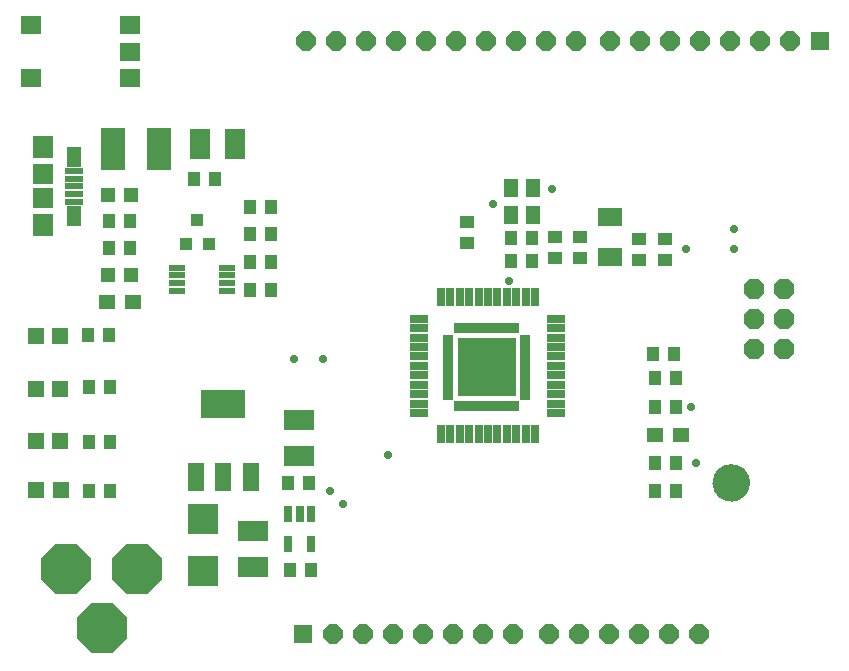
<source format=gts>
G04*
G04 #@! TF.GenerationSoftware,Altium Limited,Altium Designer,22.2.1 (43)*
G04*
G04 Layer_Color=8388736*
%FSLAX25Y25*%
%MOIN*%
G70*
G04*
G04 #@! TF.SameCoordinates,7339C814-AE53-45AD-ACDF-668E24E4BB01*
G04*
G04*
G04 #@! TF.FilePolarity,Negative*
G04*
G01*
G75*
%ADD11C,0.00500*%
%ADD46C,0.08600*%
%ADD47C,0.04000*%
%ADD48R,0.04737X0.04737*%
%ADD49R,0.02572X0.06312*%
%ADD50R,0.06312X0.02572*%
%ADD51R,0.06100X0.02400*%
%ADD52R,0.06900X0.07300*%
%ADD53R,0.04800X0.06800*%
%ADD54R,0.06800X0.06800*%
%ADD55R,0.04934X0.05918*%
%ADD56R,0.02965X0.05524*%
%ADD57R,0.19800X0.19800*%
%ADD58R,0.01883X0.03753*%
%ADD59R,0.03753X0.01883*%
%ADD60R,0.05524X0.05524*%
%ADD61R,0.03900X0.04300*%
%ADD62R,0.07099X0.06312*%
%ADD63R,0.04337X0.05131*%
%ADD64R,0.05131X0.04337*%
%ADD65R,0.05524X0.04737*%
%ADD66R,0.05524X0.01981*%
%ADD67R,0.14973X0.09461*%
%ADD68R,0.05600X0.09600*%
%ADD69R,0.08280X0.14186*%
%ADD70R,0.10249X0.10249*%
%ADD71R,0.07887X0.06312*%
%ADD72R,0.04337X0.05131*%
%ADD73R,0.10249X0.07099*%
%ADD74R,0.07099X0.10249*%
%ADD75R,0.05131X0.04337*%
%ADD76C,0.00800*%
%ADD77P,0.17912X8X202.5*%
%ADD78P,0.17912X8X112.5*%
%ADD79P,0.06927X8X292.5*%
%ADD80R,0.06400X0.06400*%
%ADD81P,0.07471X8X292.5*%
%ADD82C,0.02800*%
D11*
X245669Y59055D02*
G03*
X245669Y59055I-5906J0D01*
G01*
D46*
X241732D02*
G03*
X241732Y59055I-1969J0D01*
G01*
D47*
X239764D02*
D03*
D48*
X158661Y98032D02*
D03*
X39764Y155118D02*
D03*
X31890D02*
D03*
X39764Y128248D02*
D03*
X31890D02*
D03*
D49*
X174409Y75197D02*
D03*
X171259Y75197D02*
D03*
X168110Y75197D02*
D03*
X164960D02*
D03*
X161811D02*
D03*
X158661Y75197D02*
D03*
X155511Y75197D02*
D03*
X152362D02*
D03*
X149212D02*
D03*
X146063Y75197D02*
D03*
X142913Y75197D02*
D03*
Y120867D02*
D03*
X146063D02*
D03*
X149212D02*
D03*
X152362D02*
D03*
X155511D02*
D03*
X158661D02*
D03*
X161811D02*
D03*
X164960D02*
D03*
X168110D02*
D03*
X171259D02*
D03*
X174409D02*
D03*
D50*
X135826Y82284D02*
D03*
Y85434D02*
D03*
Y88582D02*
D03*
Y91733D02*
D03*
Y94883D02*
D03*
Y98032D02*
D03*
Y101181D02*
D03*
Y104331D02*
D03*
Y107481D02*
D03*
Y110631D02*
D03*
Y113779D02*
D03*
X181496D02*
D03*
Y110631D02*
D03*
Y107481D02*
D03*
Y104331D02*
D03*
Y101181D02*
D03*
Y98032D02*
D03*
Y94883D02*
D03*
Y91733D02*
D03*
Y88582D02*
D03*
Y85434D02*
D03*
Y82284D02*
D03*
D51*
X20836Y163074D02*
D03*
Y160474D02*
D03*
Y157874D02*
D03*
Y155274D02*
D03*
Y152674D02*
D03*
D52*
X10236Y170874D02*
D03*
Y144874D02*
D03*
D53*
X20836Y167674D02*
D03*
Y148074D02*
D03*
D54*
X10236Y161874D02*
D03*
Y153874D02*
D03*
D55*
X173721Y148228D02*
D03*
Y157283D02*
D03*
X166437D02*
D03*
Y148228D02*
D03*
D56*
X99606Y38583D02*
D03*
X92126D02*
D03*
Y48819D02*
D03*
X95866Y48819D02*
D03*
X99606Y48819D02*
D03*
D57*
X158268Y97638D02*
D03*
D58*
X168111Y84744D02*
D03*
X166142D02*
D03*
X164174D02*
D03*
X162205D02*
D03*
X160236D02*
D03*
X158268Y84744D02*
D03*
X156299Y84744D02*
D03*
X154331D02*
D03*
X152362D02*
D03*
X150394D02*
D03*
X148425D02*
D03*
Y110532D02*
D03*
X150394D02*
D03*
X152362D02*
D03*
X154331D02*
D03*
X156299D02*
D03*
X158268Y110532D02*
D03*
X160236Y110532D02*
D03*
X162205D02*
D03*
X164174D02*
D03*
X166142D02*
D03*
X168111D02*
D03*
D59*
X145374Y87796D02*
D03*
Y89764D02*
D03*
Y91733D02*
D03*
Y93701D02*
D03*
Y95670D02*
D03*
X145374Y97638D02*
D03*
X145374Y99607D02*
D03*
Y101575D02*
D03*
Y103544D02*
D03*
Y105512D02*
D03*
Y107481D02*
D03*
X171162D02*
D03*
Y105512D02*
D03*
Y103544D02*
D03*
Y101575D02*
D03*
Y99607D02*
D03*
X171162Y97638D02*
D03*
X171162Y95670D02*
D03*
Y93701D02*
D03*
Y91733D02*
D03*
Y89764D02*
D03*
Y87796D02*
D03*
D60*
X16142Y90420D02*
D03*
X7874D02*
D03*
X16142Y107874D02*
D03*
X7874D02*
D03*
X16339Y56693D02*
D03*
X8071D02*
D03*
X16142Y72966D02*
D03*
X7874D02*
D03*
D61*
X57951Y138779D02*
D03*
X65551D02*
D03*
X61751Y146780D02*
D03*
D62*
X39370Y202756D02*
D03*
X6299Y211614D02*
D03*
X39370D02*
D03*
X6299Y193898D02*
D03*
X39370D02*
D03*
D63*
X79431Y132805D02*
D03*
X86431D02*
D03*
X86331Y141992D02*
D03*
X79331D02*
D03*
X32534Y56299D02*
D03*
X25534D02*
D03*
X32240Y108268D02*
D03*
X25240D02*
D03*
X32534Y90945D02*
D03*
X25534D02*
D03*
X32534Y72703D02*
D03*
X25534D02*
D03*
X39327Y137405D02*
D03*
X32327D02*
D03*
X39327Y146361D02*
D03*
X32327D02*
D03*
X214216Y94095D02*
D03*
X221217D02*
D03*
X221467Y65706D02*
D03*
X214467D02*
D03*
X166185Y133071D02*
D03*
X173185D02*
D03*
X173185Y140554D02*
D03*
X166185D02*
D03*
D64*
X189370Y140858D02*
D03*
Y133858D02*
D03*
D65*
X40208Y119291D02*
D03*
X31546D02*
D03*
X222841Y75003D02*
D03*
X214179D02*
D03*
D66*
X71506Y130807D02*
D03*
Y128247D02*
D03*
Y125689D02*
D03*
Y123129D02*
D03*
X54872D02*
D03*
Y125689D02*
D03*
Y128247D02*
D03*
Y130807D02*
D03*
D67*
X70472Y85429D02*
D03*
D68*
X79572Y61028D02*
D03*
X70472D02*
D03*
X61372D02*
D03*
D69*
X33662Y170472D02*
D03*
X49016D02*
D03*
D70*
X63779Y46851D02*
D03*
Y29528D02*
D03*
D71*
X199213Y134252D02*
D03*
Y147638D02*
D03*
D72*
X99126Y59055D02*
D03*
X92126D02*
D03*
X86431Y123425D02*
D03*
X79431D02*
D03*
X79331Y150984D02*
D03*
X86331D02*
D03*
X92606Y29921D02*
D03*
X99606D02*
D03*
X67716Y160236D02*
D03*
X60716D02*
D03*
X220823Y101969D02*
D03*
X213823D02*
D03*
X214467Y56299D02*
D03*
X221467D02*
D03*
X214216Y84252D02*
D03*
X221217D02*
D03*
D73*
X95669Y68110D02*
D03*
Y79922D02*
D03*
X80315Y42913D02*
D03*
Y31102D02*
D03*
D74*
X74410Y172047D02*
D03*
X62598D02*
D03*
D75*
X151575Y145976D02*
D03*
Y138976D02*
D03*
X181102Y133902D02*
D03*
Y140902D02*
D03*
X209055Y140508D02*
D03*
Y133508D02*
D03*
X217717Y140508D02*
D03*
Y133508D02*
D03*
D76*
X20836Y148574D02*
D03*
Y147574D02*
D03*
X9236Y171674D02*
D03*
X20836Y167174D02*
D03*
X11236Y171674D02*
D03*
X20836Y168174D02*
D03*
X9236Y144074D02*
D03*
X11236D02*
D03*
D77*
X29921Y10630D02*
D03*
D78*
X41721Y30330D02*
D03*
X18121D02*
D03*
D79*
X188031Y206299D02*
D03*
X178032D02*
D03*
X168032D02*
D03*
X158031D02*
D03*
X148031D02*
D03*
X138031D02*
D03*
X128032D02*
D03*
X118032D02*
D03*
X108031D02*
D03*
X98032D02*
D03*
X229134Y8661D02*
D03*
X219134D02*
D03*
X209134D02*
D03*
X199134D02*
D03*
X189134D02*
D03*
X179134D02*
D03*
X107087D02*
D03*
X117087D02*
D03*
X127087D02*
D03*
X137087D02*
D03*
X147087D02*
D03*
X157087D02*
D03*
X167087D02*
D03*
X259213Y206299D02*
D03*
X249213D02*
D03*
X239213D02*
D03*
X229213D02*
D03*
X219213D02*
D03*
X209213D02*
D03*
X199213D02*
D03*
D80*
X97087Y8661D02*
D03*
X269213Y206299D02*
D03*
D81*
X247480Y123543D02*
D03*
X257480D02*
D03*
X247480Y113543D02*
D03*
X257480D02*
D03*
X247480Y103543D02*
D03*
X257480D02*
D03*
D82*
X165748Y126378D02*
D03*
X240551Y137008D02*
D03*
Y143701D02*
D03*
X224803Y137008D02*
D03*
X227953Y65748D02*
D03*
X226378Y84252D02*
D03*
X110236Y51968D02*
D03*
X125197Y68504D02*
D03*
X103543Y100394D02*
D03*
X94095D02*
D03*
X105905Y56299D02*
D03*
X179921Y157087D02*
D03*
X160236Y151969D02*
D03*
M02*

</source>
